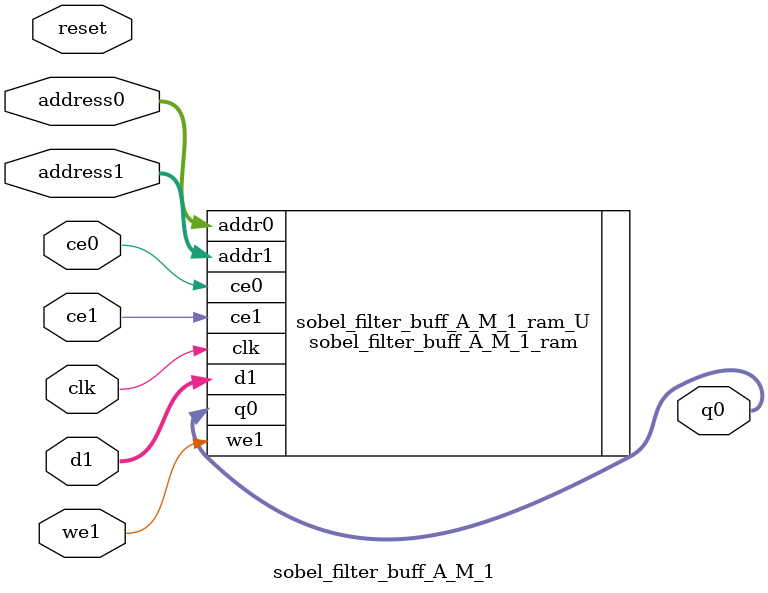
<source format=v>

`timescale 1 ns / 1 ps
module sobel_filter_buff_A_M_1(
    reset,
    clk,
    address0,
    ce0,
    q0,
    address1,
    ce1,
    we1,
    d1);

parameter DataWidth = 32'd8;
parameter AddressRange = 32'd1920;
parameter AddressWidth = 32'd11;
input reset;
input clk;
input[AddressWidth - 1:0] address0;
input ce0;
output[DataWidth - 1:0] q0;
input[AddressWidth - 1:0] address1;
input ce1;
input we1;
input[DataWidth - 1:0] d1;



sobel_filter_buff_A_M_1_ram sobel_filter_buff_A_M_1_ram_U(
    .clk( clk ),
    .addr0( address0 ),
    .ce0( ce0 ),
    .q0( q0 ),
    .addr1( address1 ),
    .ce1( ce1 ),
    .d1( d1 ),
    .we1( we1 ));

endmodule

</source>
